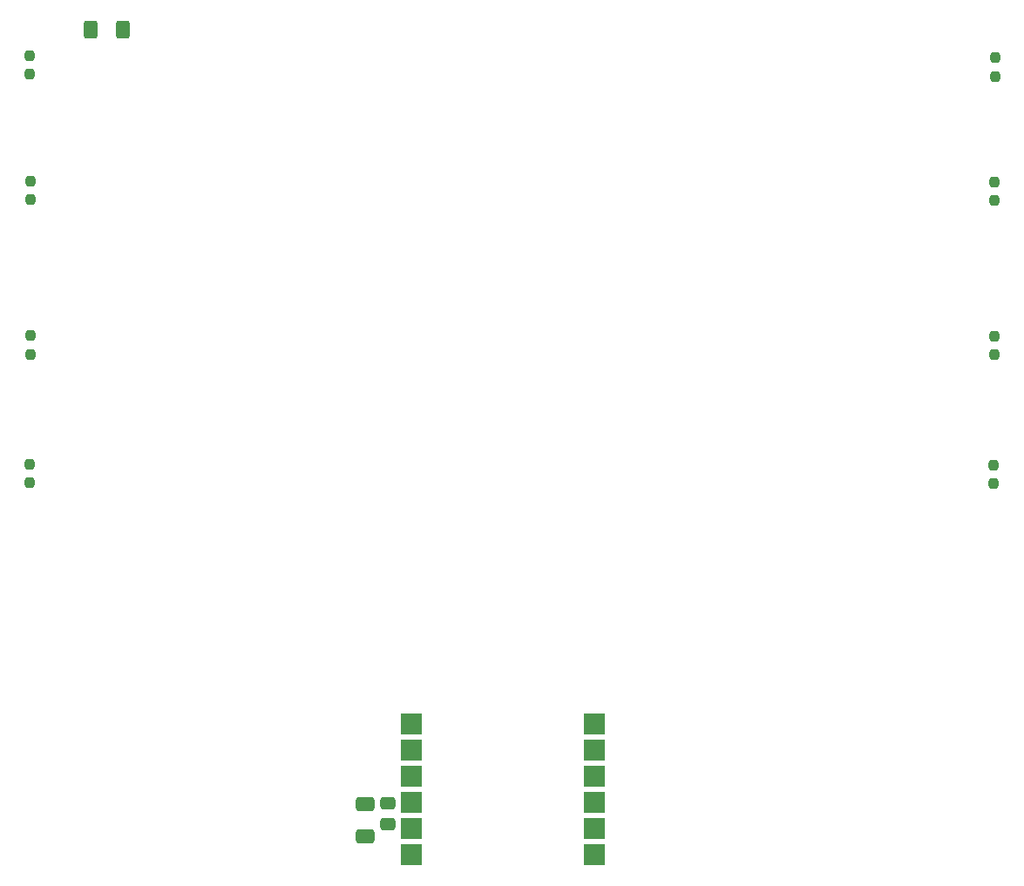
<source format=gbr>
%TF.GenerationSoftware,KiCad,Pcbnew,9.0.2*%
%TF.CreationDate,2025-06-16T14:43:15-07:00*%
%TF.ProjectId,Revision01,52657669-7369-46f6-9e30-312e6b696361,A*%
%TF.SameCoordinates,PX692bd40PY908ed60*%
%TF.FileFunction,Paste,Top*%
%TF.FilePolarity,Positive*%
%FSLAX46Y46*%
G04 Gerber Fmt 4.6, Leading zero omitted, Abs format (unit mm)*
G04 Created by KiCad (PCBNEW 9.0.2) date 2025-06-16 14:43:15*
%MOMM*%
%LPD*%
G01*
G04 APERTURE LIST*
G04 Aperture macros list*
%AMRoundRect*
0 Rectangle with rounded corners*
0 $1 Rounding radius*
0 $2 $3 $4 $5 $6 $7 $8 $9 X,Y pos of 4 corners*
0 Add a 4 corners polygon primitive as box body*
4,1,4,$2,$3,$4,$5,$6,$7,$8,$9,$2,$3,0*
0 Add four circle primitives for the rounded corners*
1,1,$1+$1,$2,$3*
1,1,$1+$1,$4,$5*
1,1,$1+$1,$6,$7*
1,1,$1+$1,$8,$9*
0 Add four rect primitives between the rounded corners*
20,1,$1+$1,$2,$3,$4,$5,0*
20,1,$1+$1,$4,$5,$6,$7,0*
20,1,$1+$1,$6,$7,$8,$9,0*
20,1,$1+$1,$8,$9,$2,$3,0*%
G04 Aperture macros list end*
%ADD10RoundRect,0.250000X-0.475000X0.337500X-0.475000X-0.337500X0.475000X-0.337500X0.475000X0.337500X0*%
%ADD11RoundRect,0.250000X-0.650000X0.412500X-0.650000X-0.412500X0.650000X-0.412500X0.650000X0.412500X0*%
%ADD12RoundRect,0.237500X-0.237500X0.250000X-0.237500X-0.250000X0.237500X-0.250000X0.237500X0.250000X0*%
%ADD13R,2.032000X2.032000*%
%ADD14RoundRect,0.250000X0.400000X0.625000X-0.400000X0.625000X-0.400000X-0.625000X0.400000X-0.625000X0*%
G04 APERTURE END LIST*
D10*
%TO.C,C14*%
X38750000Y5737500D03*
X38750000Y3662500D03*
%TD*%
D11*
%TO.C,C15*%
X36550000Y5662500D03*
X36550000Y2537500D03*
%TD*%
D12*
%TO.C,F7*%
X97700000Y51125000D03*
X97700000Y49300000D03*
%TD*%
%TO.C,F8*%
X97700000Y66112500D03*
X97700000Y64287500D03*
%TD*%
D13*
%TO.C,U2*%
X58830000Y760000D03*
X58830000Y3300000D03*
X58830000Y5840000D03*
X58830000Y8380000D03*
X58830000Y10920000D03*
X58830000Y13460000D03*
X41050000Y13460000D03*
X41050000Y10920000D03*
X41050000Y8380000D03*
X41050000Y5840000D03*
X41050000Y3300000D03*
X41050000Y760000D03*
%TD*%
D12*
%TO.C,F2*%
X3950000Y38712500D03*
X3950000Y36887500D03*
%TD*%
%TO.C,F9*%
X97800000Y78212500D03*
X97800000Y76387500D03*
%TD*%
%TO.C,F3*%
X4100000Y51175000D03*
X4100000Y49350000D03*
%TD*%
%TO.C,F5*%
X4000000Y78412500D03*
X4000000Y76587500D03*
%TD*%
D14*
%TO.C,F1*%
X13050000Y80900000D03*
X9950000Y80900000D03*
%TD*%
D12*
%TO.C,F6*%
X97600000Y38612500D03*
X97600000Y36787500D03*
%TD*%
%TO.C,F4*%
X4050000Y66212500D03*
X4050000Y64387500D03*
%TD*%
M02*

</source>
